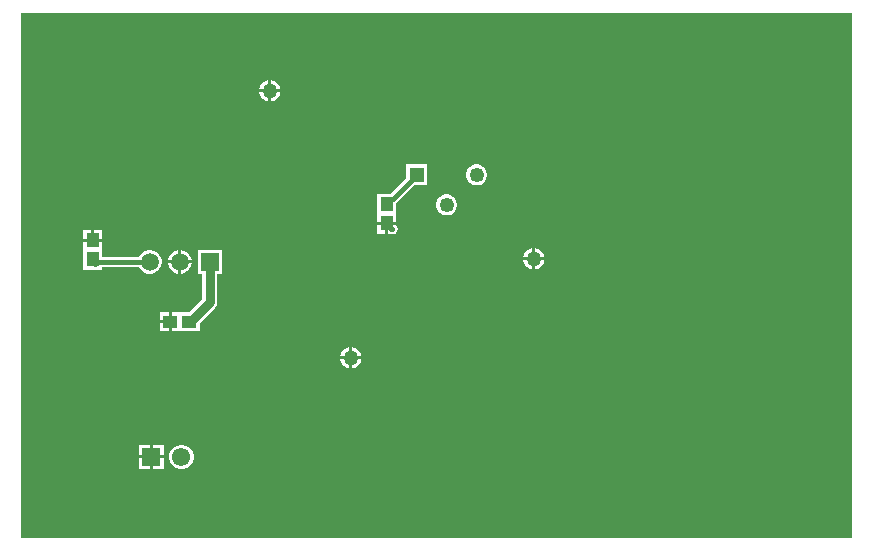
<source format=gbl>
G04*
G04 #@! TF.GenerationSoftware,Altium Limited,Altium Designer,25.1.2 (22)*
G04*
G04 Layer_Physical_Order=2*
G04 Layer_Color=16711680*
%FSLAX44Y44*%
%MOMM*%
G71*
G04*
G04 #@! TF.SameCoordinates,6D4D92B4-A3DC-49D6-99F1-53D89A5D43F5*
G04*
G04*
G04 #@! TF.FilePolarity,Positive*
G04*
G01*
G75*
%ADD36R,1.2500X1.2500*%
%ADD37C,1.2500*%
%ADD39C,0.3810*%
%ADD40C,0.7620*%
%ADD41C,1.5000*%
%ADD42R,1.5500X1.5500*%
%ADD43R,1.5000X1.5000*%
%ADD44C,1.5500*%
%ADD45C,1.2700*%
%ADD46R,1.1062X1.3051*%
%ADD47R,1.3051X1.1062*%
G36*
X993140Y259080D02*
X289560D01*
Y703580D01*
X993140D01*
Y259080D01*
D02*
G37*
%LPC*%
G36*
X501650Y646403D02*
Y638810D01*
X509243D01*
X508664Y640971D01*
X507494Y642999D01*
X505839Y644654D01*
X503811Y645824D01*
X501650Y646403D01*
D02*
G37*
G36*
X499110D02*
X496949Y645824D01*
X494921Y644654D01*
X493266Y642999D01*
X492096Y640971D01*
X491517Y638810D01*
X499110D01*
Y646403D01*
D02*
G37*
G36*
X509243Y636270D02*
X501650D01*
Y628677D01*
X503811Y629256D01*
X505839Y630426D01*
X507494Y632081D01*
X508664Y634109D01*
X509243Y636270D01*
D02*
G37*
G36*
X499110D02*
X491517D01*
X492096Y634109D01*
X493266Y632081D01*
X494921Y630426D01*
X496949Y629256D01*
X499110Y628677D01*
Y636270D01*
D02*
G37*
G36*
X676797Y575210D02*
X674483D01*
X672247Y574611D01*
X670243Y573454D01*
X668606Y571817D01*
X667449Y569813D01*
X666850Y567577D01*
Y565263D01*
X667449Y563027D01*
X668606Y561023D01*
X670243Y559386D01*
X672247Y558229D01*
X674483Y557630D01*
X676797D01*
X679033Y558229D01*
X681037Y559386D01*
X682674Y561023D01*
X683831Y563027D01*
X684430Y565263D01*
Y567577D01*
X683831Y569813D01*
X682674Y571817D01*
X681037Y573454D01*
X679033Y574611D01*
X676797Y575210D01*
D02*
G37*
G36*
X651397Y549810D02*
X649083D01*
X646847Y549211D01*
X644843Y548054D01*
X643206Y546417D01*
X642049Y544413D01*
X641450Y542177D01*
Y539863D01*
X642049Y537627D01*
X643206Y535623D01*
X644843Y533986D01*
X646847Y532829D01*
X649083Y532230D01*
X651397D01*
X653633Y532829D01*
X655637Y533986D01*
X657274Y535623D01*
X658431Y537627D01*
X659030Y539863D01*
Y542177D01*
X658431Y544413D01*
X657274Y546417D01*
X655637Y548054D01*
X653633Y549211D01*
X651397Y549810D01*
D02*
G37*
G36*
X633630Y575210D02*
X616050D01*
Y564039D01*
X602482Y550471D01*
X591369D01*
Y532340D01*
Y526664D01*
X599440D01*
X607511D01*
Y532340D01*
Y542728D01*
X607651Y542821D01*
X622459Y557630D01*
X633630D01*
Y575210D01*
D02*
G37*
G36*
X598170Y524124D02*
X591369D01*
Y516329D01*
X598170D01*
Y524124D01*
D02*
G37*
G36*
X607511D02*
X600710D01*
Y516329D01*
X602628D01*
X603066Y516242D01*
X604060D01*
X604498Y516329D01*
X607511D01*
Y517938D01*
X608247Y519040D01*
X608592Y520774D01*
X608247Y522508D01*
X607511Y523610D01*
Y524124D01*
D02*
G37*
G36*
X358591Y519991D02*
X351790D01*
Y512196D01*
X358591D01*
Y519991D01*
D02*
G37*
G36*
X349250D02*
X342449D01*
Y512196D01*
X349250D01*
Y519991D01*
D02*
G37*
G36*
X725170Y504163D02*
Y496570D01*
X732763D01*
X732184Y498731D01*
X731014Y500759D01*
X729359Y502414D01*
X727331Y503584D01*
X725170Y504163D01*
D02*
G37*
G36*
X722630D02*
X720469Y503584D01*
X718441Y502414D01*
X716786Y500759D01*
X715616Y498731D01*
X715037Y496570D01*
X722630D01*
Y504163D01*
D02*
G37*
G36*
X425502Y502800D02*
X425450D01*
Y494030D01*
X434220D01*
Y494082D01*
X433536Y496635D01*
X432214Y498925D01*
X430345Y500794D01*
X428055Y502116D01*
X425502Y502800D01*
D02*
G37*
G36*
X422910D02*
X422858D01*
X420305Y502116D01*
X418015Y500794D01*
X416146Y498925D01*
X414824Y496635D01*
X414140Y494082D01*
Y494030D01*
X422910D01*
Y502800D01*
D02*
G37*
G36*
X732763Y494030D02*
X725170D01*
Y486437D01*
X727331Y487016D01*
X729359Y488186D01*
X731014Y489841D01*
X732184Y491869D01*
X732763Y494030D01*
D02*
G37*
G36*
X722630D02*
X715037D01*
X715616Y491869D01*
X716786Y489841D01*
X718441Y488186D01*
X720469Y487016D01*
X722630Y486437D01*
Y494030D01*
D02*
G37*
G36*
X434220Y491490D02*
X425450D01*
Y482720D01*
X425502D01*
X428055Y483404D01*
X430345Y484726D01*
X432214Y486595D01*
X433536Y488885D01*
X434220Y491438D01*
Y491490D01*
D02*
G37*
G36*
X422910D02*
X414140D01*
Y491438D01*
X414824Y488885D01*
X416146Y486595D01*
X418015Y484726D01*
X420305Y483404D01*
X422858Y482720D01*
X422910D01*
Y491490D01*
D02*
G37*
G36*
X358591Y509656D02*
X350520D01*
X342449D01*
Y501860D01*
Y485849D01*
X358591D01*
Y488228D01*
X389803D01*
X390746Y486595D01*
X392615Y484726D01*
X394905Y483404D01*
X397458Y482720D01*
X400102D01*
X402655Y483404D01*
X404945Y484726D01*
X406814Y486595D01*
X408136Y488885D01*
X408820Y491438D01*
Y494082D01*
X408136Y496635D01*
X406814Y498925D01*
X404945Y500794D01*
X402655Y502116D01*
X400102Y502800D01*
X397458D01*
X394905Y502116D01*
X392615Y500794D01*
X390746Y498925D01*
X389803Y497292D01*
X358591D01*
Y501860D01*
Y509656D01*
D02*
G37*
G36*
X414904Y450031D02*
X407109D01*
Y443230D01*
X414904D01*
Y450031D01*
D02*
G37*
G36*
X459620Y502800D02*
X439540D01*
Y482720D01*
X443106D01*
Y461042D01*
X432095Y450031D01*
X417444D01*
Y441960D01*
Y433889D01*
X441251D01*
Y440875D01*
X454158Y453782D01*
X455562Y455882D01*
X456054Y458360D01*
Y482720D01*
X459620D01*
Y502800D01*
D02*
G37*
G36*
X414904Y440690D02*
X407109D01*
Y433889D01*
X414904D01*
Y440690D01*
D02*
G37*
G36*
X570230Y420343D02*
Y412750D01*
X577823D01*
X577244Y414911D01*
X576074Y416939D01*
X574419Y418594D01*
X572391Y419764D01*
X570230Y420343D01*
D02*
G37*
G36*
X567690D02*
X565529Y419764D01*
X563501Y418594D01*
X561846Y416939D01*
X560676Y414911D01*
X560097Y412750D01*
X567690D01*
Y420343D01*
D02*
G37*
G36*
X577823Y410210D02*
X570230D01*
Y402617D01*
X572391Y403196D01*
X574419Y404366D01*
X576074Y406021D01*
X577244Y408049D01*
X577823Y410210D01*
D02*
G37*
G36*
X567690D02*
X560097D01*
X560676Y408049D01*
X561846Y406021D01*
X563501Y404366D01*
X565529Y403196D01*
X567690Y402617D01*
Y410210D01*
D02*
G37*
G36*
X410520Y337950D02*
X401500D01*
Y328930D01*
X410520D01*
Y337950D01*
D02*
G37*
G36*
X398960D02*
X389940D01*
Y328930D01*
X398960D01*
Y337950D01*
D02*
G37*
G36*
X426985D02*
X424275D01*
X421658Y337249D01*
X419312Y335894D01*
X417396Y333978D01*
X416041Y331632D01*
X415340Y329015D01*
Y326305D01*
X416041Y323688D01*
X417396Y321342D01*
X419312Y319426D01*
X421658Y318071D01*
X424275Y317370D01*
X426985D01*
X429602Y318071D01*
X431948Y319426D01*
X433864Y321342D01*
X435219Y323688D01*
X435920Y326305D01*
Y329015D01*
X435219Y331632D01*
X433864Y333978D01*
X431948Y335894D01*
X429602Y337249D01*
X426985Y337950D01*
D02*
G37*
G36*
X410520Y326390D02*
X401500D01*
Y317370D01*
X410520D01*
Y326390D01*
D02*
G37*
G36*
X398960D02*
X389940D01*
Y317370D01*
X398960D01*
Y326390D01*
D02*
G37*
%LPD*%
D36*
X624840Y566420D02*
D03*
D37*
X675640D02*
D03*
X650240Y541020D02*
D03*
D39*
X599440Y524400D02*
Y525394D01*
Y524400D02*
X603066Y520774D01*
X604060D01*
X599440Y541406D02*
Y542400D01*
X603066Y546026D01*
X604446D01*
X624840Y566420D01*
X352241Y492760D02*
X398780D01*
D40*
X350520Y494481D02*
X352241Y492760D01*
X350520Y494481D02*
Y494914D01*
X432186Y441960D02*
X433180D01*
X449580Y458360D01*
Y492760D01*
D41*
X424180D02*
D03*
X398780D02*
D03*
D42*
X400230Y327660D02*
D03*
D43*
X449580Y492760D02*
D03*
D44*
X425630Y327660D02*
D03*
D45*
X568960Y411480D02*
D03*
X500380Y637540D02*
D03*
X723900Y495300D02*
D03*
D46*
X599440Y525394D02*
D03*
X350520Y510926D02*
D03*
Y494914D02*
D03*
X599440Y541406D02*
D03*
D47*
X416174Y441960D02*
D03*
X432186D02*
D03*
M02*

</source>
